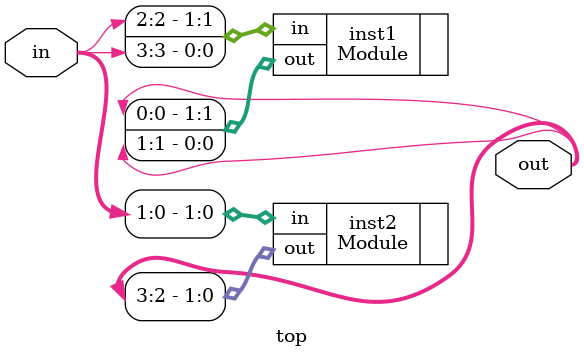
<source format=v>
module top(in, out);
    input [3:0] in;
    output [3:0] out;

    Module inst1 (.in({in[2], in[3]}), .out({out[0], out[1]}));
    Module inst2 (.in(in[1:0]), .out(out[3:2]));
endmodule

</source>
